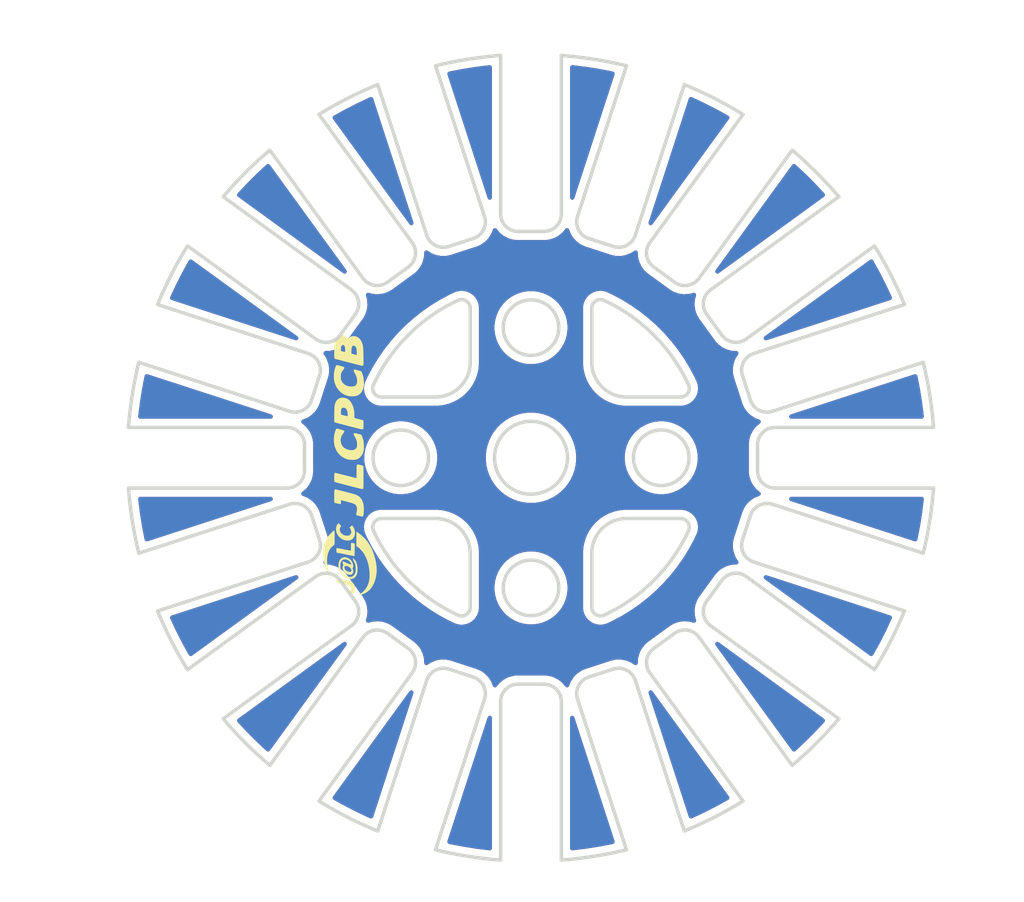
<source format=kicad_pcb>
(kicad_pcb (version 20241229) (generator "pcbnew") (generator_version "9.0")
  (layers (0 "F.Cu" signal) (2 "B.Cu" signal) (13 "F.Paste" user) (15 "B.Paste" user) (5 "F.SilkS" user "F.Silkscreen") (7 "B.SilkS" user "B.Silkscreen") (1 "F.Mask" user) (3 "B.Mask" user) (25 "Edge.Cuts" user))
  (net 0 "")
  (footprint "JLCPCBlogo:JLCPCB" (layer "F.Cu") (at 131.15 90.8 90)
    (property "Reference" "G***" (hide yes))
    (property "Value" "LOGO" (hide yes))
  )
  (gr_arc (start 132.513683 94.590526) (mid 132.545737 94.110986) (end 132.967201 93.88) (stroke (width 0.2)) (layer "Edge.Cuts"))
  (gr_curve (pts (xy 143.257446 76.713512) (xy 143.210119 76.828271) (xy 143.127679 76.95234) (xy 143.040085 77.040298)) (stroke (width 0.2)) (layer "Edge.Cuts"))
  (gr_arc (start 164.174162 84.880086) (mid 164.5478 86.742899) (end 164.768089 88.63) (stroke (width 0.2)) (layer "Edge.Cuts"))
  (gr_curve (pts (xy 134.921126 102.027884) (xy 134.940291 102.150531) (xy 134.93406 102.299362) (xy 134.904895 102.420022)) (stroke (width 0.2)) (layer "Edge.Cuts"))
  (gr_arc (start 145.084045 95.88) (mid 145.669831 94.465786) (end 147.084045 93.88) (stroke (width 0.2)) (layer "Edge.Cuts"))
  (gr_arc (start 164.768089 92.13) (mid 164.547798 94.017101) (end 164.174162 95.879914) (stroke (width 0.2)) (layer "Edge.Cuts"))
  (gr_curve (pts (xy 152.865238 83.582602) (xy 152.76017 83.518407) (xy 152.651583 83.418208) (xy 152.57921 83.318596)) (stroke (width 0.2)) (layer "Edge.Cuts"))
  (gr_line (start 150.1946 86.88) (end 147.084045 86.88) (stroke (width 0.2)) (layer "Edge.Cuts"))
  (gr_line (start 128.759083 96.387142) (end 120.075482 99.208614) (stroke (width 0.2)) (layer "Edge.Cuts"))
  (gr_curve (pts (xy 127.530472 88.63) (xy 127.655269 88.63) (xy 127.802186 88.65902) (xy 127.917557 88.706599)) (stroke (width 0.2)) (layer "Edge.Cuts"))
  (gr_curve (pts (xy 143.257446 104.046488) (xy 143.305025 104.161859) (xy 143.334045 104.308776) (xy 143.334045 104.433573)) (stroke (width 0.2)) (layer "Edge.Cuts"))
  (gr_curve (pts (xy 153.624067 83.70085) (xy 153.503407 83.730015) (xy 153.354576 83.736246) (xy 153.231929 83.717081)) (stroke (width 0.2)) (layer "Edge.Cuts"))
  (gr_line (start 156.627064 72.652338) (end 151.260308 80.039045) (stroke (width 0.2)) (layer "Edge.Cuts"))
  (gr_arc (start 132.9672 86.88) (mid 132.545737 86.649014) (end 132.513683 86.169474) (stroke (width 0.2)) (layer "Edge.Cuts"))
  (gr_arc (start 156.627064 72.652338) (mid 158.024278 73.939767) (end 159.311706 75.336981) (stroke (width 0.2)) (layer "Edge.Cuts"))
  (gr_curve (pts (xy 128.944928 87.061898) (xy 128.906879 87.179) (xy 128.83457 87.30785) (xy 128.754481 87.401371)) (stroke (width 0.2)) (layer "Edge.Cuts"))
  (gr_curve (pts (xy 148.263195 102.420022) (xy 148.23403 102.299362) (xy 148.227799 102.150531) (xy 148.246964 102.027884)) (stroke (width 0.2)) (layer "Edge.Cuts"))
  (gr_curve (pts (xy 134.786647 79.098807) (xy 134.722452 79.203875) (xy 134.622253 79.312462) (xy 134.522641 79.384835)) (stroke (width 0.2)) (layer "Edge.Cuts"))
  (gr_line (start 138.265943 77.740883) (end 136.839359 78.204408) (stroke (width 0.2)) (layer "Edge.Cuts"))
  (gr_line (start 138.084045 95.879999) (end 138.084045 98.996845) (stroke (width 0.2)) (layer "Edge.Cuts"))
  (gr_curve (pts (xy 155.637618 92.13) (xy 155.512821 92.13) (xy 155.365904 92.10098) (xy 155.250533 92.053401)) (stroke (width 0.2)) (layer "Edge.Cuts"))
  (gr_line (start 129.408453 85.635314) (end 128.944928 87.061898) (stroke (width 0.2)) (layer "Edge.Cuts"))
  (gr_line (start 138.084045 81.763156) (end 138.084045 84.880001) (stroke (width 0.2)) (layer "Edge.Cuts"))
  (gr_line (start 164.768089 92.13) (end 155.637618 92.13) (stroke (width 0.2)) (layer "Edge.Cuts"))
  (gr_curve (pts (xy 138.605416 103.209564) (xy 138.699253 103.289923) (xy 138.790768 103.406558) (xy 138.846627 103.516752)) (stroke (width 0.2)) (layer "Edge.Cuts"))
  (gr_curve (pts (xy 147.591187 77.555038) (xy 147.552622 77.673726) (xy 147.479623 77.804485) (xy 147.398721 77.899507)) (stroke (width 0.2)) (layer "Edge.Cuts"))
  (gr_curve (pts (xy 151.520252 99.398841) (xy 151.500672 99.276859) (xy 151.506153 99.128709) (xy 151.534835 99.008541)) (stroke (width 0.2)) (layer "Edge.Cuts"))
  (gr_curve (pts (xy 146.328731 102.555592) (xy 146.445833 102.517543) (xy 146.592577 102.500306) (xy 146.715312 102.510129)) (stroke (width 0.2)) (layer "Edge.Cuts"))
  (gr_curve (pts (xy 131.907782 100.720955) (xy 131.981136 100.619992) (xy 132.09097 100.518192) (xy 132.197275 100.452821)) (stroke (width 0.2)) (layer "Edge.Cuts"))
  (gr_curve (pts (xy 147.091016 102.616869) (xy 147.201504 102.673455) (xy 147.318248 102.765976) (xy 147.398721 102.860493)) (stroke (width 0.2)) (layer "Edge.Cuts"))
  (gr_line (start 149.858975 80.266513) (end 148.645449 79.384835) (stroke (width 0.2)) (layer "Edge.Cuts"))
  (gr_curve (pts (xy 129.103552 96.194676) (xy 129.00853 96.275578) (xy 128.877771 96.348577) (xy 128.759083 96.387142)) (stroke (width 0.2)) (layer "Edge.Cuts"))
  (gr_curve (pts (xy 128.447293 87.642582) (xy 128.336572 87.698708) (xy 128.1931 87.738774) (xy 128.069333 87.748322)) (stroke (width 0.2)) (layer "Edge.Cuts"))
  (gr_curve (pts (xy 138.952367 76.865288) (xy 138.942819 76.989055) (xy 138.902753 77.132527) (xy 138.846627 77.243248)) (stroke (width 0.2)) (layer "Edge.Cuts"))
  (gr_curve (pts (xy 138.605416 77.550436) (xy 138.511895 77.630525) (xy 138.383045 77.702834) (xy 138.265943 77.740883)) (stroke (width 0.2)) (layer "Edge.Cuts"))
  (gr_curve (pts (xy 150.212586 100.33079) (xy 150.332754 100.302108) (xy 150.480904 100.296627) (xy 150.602886 100.316207)) (stroke (width 0.2)) (layer "Edge.Cuts"))
  (gr_curve (pts (xy 154.720797 87.642582) (xy 154.610603 87.586723) (xy 154.493968 87.495208) (xy 154.413609 87.401371)) (stroke (width 0.2)) (layer "Edge.Cuts"))
  (gr_curve (pts (xy 130.302852 83.582602) (xy 130.197429 83.647014) (xy 130.058223 83.698008) (xy 129.936161 83.717081)) (stroke (width 0.2)) (layer "Edge.Cuts"))
  (gr_curve (pts (xy 144.321463 103.516752) (xy 144.377322 103.406558) (xy 144.468837 103.289923) (xy 144.562674 103.209564)) (stroke (width 0.2)) (layer "Edge.Cuts"))
  (gr_line (start 142.334045 77.334135) (end 140.834045 77.334135) (stroke (width 0.2)) (layer "Edge.Cuts"))
  (gr_curve (pts (xy 146.715312 78.249871) (xy 146.592577 78.259694) (xy 146.445833 78.242457) (xy 146.328731 78.204408)) (stroke (width 0.2)) (layer "Edge.Cuts"))
  (gr_curve (pts (xy 150.970815 100.452821) (xy 151.07712 100.518192) (xy 151.186954 100.619992) (xy 151.260308 100.720955)) (stroke (width 0.2)) (layer "Edge.Cuts"))
  (gr_curve (pts (xy 147.091016 78.143131) (xy 146.981055 78.199446) (xy 146.838462 78.240015) (xy 146.715312 78.249871)) (stroke (width 0.2)) (layer "Edge.Cuts"))
  (gr_arc (start 139.834045 113.564045) (mid 137.946944 113.343754) (end 136.08413 112.970117) (stroke (width 0.2)) (layer "Edge.Cuts"))
  (gr_arc (start 143.334045 67.195956) (mid 145.221146 67.416247) (end 147.083959 67.789883) (stroke (width 0.2)) (layer "Edge.Cuts"))
  (gr_curve (pts (xy 148.246964 102.027884) (xy 148.266037 101.905822) (xy 148.317031 101.766616) (xy 148.381443 101.661193)) (stroke (width 0.2)) (layer "Edge.Cuts"))
  (gr_line (start 148.428748 77.981797) (end 153.795505 70.59509) (stroke (width 0.2)) (layer "Edge.Cuts"))
  (gr_curve (pts (xy 143.040085 103.719702) (xy 143.127679 103.80766) (xy 143.210119 103.931729) (xy 143.257446 104.046488)) (stroke (width 0.2)) (layer "Edge.Cuts"))
  (gr_curve (pts (xy 150.970815 80.307179) (xy 150.865073 80.372203) (xy 150.725452 80.42412) (xy 150.602886 80.443793)) (stroke (width 0.2)) (layer "Edge.Cuts"))
  (gr_curve (pts (xy 144.215723 103.894712) (xy 144.225271 103.770945) (xy 144.265337 103.627473) (xy 144.321463 103.516752)) (stroke (width 0.2)) (layer "Edge.Cuts"))
  (gr_curve (pts (xy 144.902147 77.740883) (xy 144.785045 77.702834) (xy 144.656195 77.630525) (xy 144.562674 77.550436)) (stroke (width 0.2)) (layer "Edge.Cuts"))
  (gr_curve (pts (xy 155.098757 87.748322) (xy 154.97499 87.738774) (xy 154.831518 87.698708) (xy 154.720797 87.642582)) (stroke (width 0.2)) (layer "Edge.Cuts"))
  (gr_curve (pts (xy 140.834045 77.334135) (xy 140.710917 77.334135) (xy 140.566029 77.305182) (xy 140.452336 77.257913)) (stroke (width 0.2)) (layer "Edge.Cuts"))
  (gr_curve (pts (xy 154.064538 96.194676) (xy 153.970021 96.114203) (xy 153.8775 95.997459) (xy 153.820914 95.886971)) (stroke (width 0.2)) (layer "Edge.Cuts"))
  (gr_curve (pts (xy 147.398721 102.860493) (xy 147.479623 102.955515) (xy 147.552622 103.086274) (xy 147.591187 103.204962)) (stroke (width 0.2)) (layer "Edge.Cuts"))
  (gr_curve (pts (xy 127.917557 92.053401) (xy 127.802186 92.10098) (xy 127.655269 92.13) (xy 127.530472 92.13)) (stroke (width 0.2)) (layer "Edge.Cuts"))
  (gr_arc (start 150.412658 68.871444) (mid 152.139324 69.664098) (end 153.795505 70.59509) (stroke (width 0.2)) (layer "Edge.Cuts"))
  (gr_line (start 147.084045 93.88) (end 150.200845 93.88) (stroke (width 0.2)) (layer "Edge.Cuts"))
  (gr_curve (pts (xy 132.197275 80.307179) (xy 132.09097 80.241808) (xy 131.981136 80.140008) (xy 131.907782 80.039045)) (stroke (width 0.2)) (layer "Edge.Cuts"))
  (gr_arc (start 159.311707 105.423019) (mid 158.024278 106.820233) (end 156.627064 108.107661) (stroke (width 0.2)) (layer "Edge.Cuts"))
  (gr_curve (pts (xy 148.381443 101.661193) (xy 148.445638 101.556125) (xy 148.545837 101.447538) (xy 148.645449 101.375165)) (stroke (width 0.2)) (layer "Edge.Cuts"))
  (gr_curve (pts (xy 155.490567 87.701556) (xy 155.371878 87.74012) (xy 155.223184 87.75792) (xy 155.098757 87.748322)) (stroke (width 0.2)) (layer "Edge.Cuts"))
  (gr_line (start 147.591187 103.204962) (end 150.412657 111.888557) (stroke (width 0.2)) (layer "Edge.Cuts"))
  (gr_curve (pts (xy 128.461958 91.511709) (xy 128.414529 91.625785) (xy 128.331882 91.748863) (xy 128.244343 91.83604)) (stroke (width 0.2)) (layer "Edge.Cuts"))
  (gr_curve (pts (xy 134.786647 101.661193) (xy 134.851059 101.766616) (xy 134.902053 101.905822) (xy 134.921126 102.027884)) (stroke (width 0.2)) (layer "Edge.Cuts"))
  (gr_line (start 151.260308 100.720955) (end 156.627064 108.107661) (stroke (width 0.2)) (layer "Edge.Cuts"))
  (gr_arc (start 147.084045 86.88) (mid 145.669831 86.294214) (end 145.084045 84.88) (stroke (width 0.2)) (layer "Edge.Cuts"))
  (gr_curve (pts (xy 151.656866 80.99323) (xy 151.722237 80.886925) (xy 151.824037 80.777091) (xy 151.925 80.703737)) (stroke (width 0.2)) (layer "Edge.Cuts"))
  (gr_line (start 127.530472 92.13) (end 118.4 92.13) (stroke (width 0.2)) (layer "Edge.Cuts"))
  (gr_line (start 129.372585 70.595089) (end 134.739342 77.981797) (stroke (width 0.2)) (layer "Edge.Cuts"))
  (gr_line (start 155.490567 93.058444) (end 164.174162 95.879914) (stroke (width 0.2)) (layer "Edge.Cuts"))
  (gr_line (start 133.309115 100.493487) (end 134.522641 101.375165) (stroke (width 0.2)) (layer "Edge.Cuts"))
  (gr_curve (pts (xy 130.302852 97.177398) (xy 130.40792 97.241593) (xy 130.516507 97.341792) (xy 130.58888 97.441404)) (stroke (width 0.2)) (layer "Edge.Cuts"))
  (gr_arc (start 145.794571 99.450362) (mid 145.31503 99.418307) (end 145.084045 98.990555) (stroke (width 0.2)) (layer "Edge.Cuts"))
  (gr_curve (pts (xy 146.715312 102.510129) (xy 146.838462 102.519985) (xy 146.981055 102.560554) (xy 147.091016 102.616869)) (stroke (width 0.2)) (layer "Edge.Cuts"))
  (gr_curve (pts (xy 154.409007 96.387142) (xy 154.290319 96.348577) (xy 154.15956 96.275578) (xy 154.064538 96.194676)) (stroke (width 0.2)) (layer "Edge.Cuts"))
  (gr_curve (pts (xy 138.265943 103.019117) (xy 138.383045 103.057166) (xy 138.511895 103.129475) (xy 138.605416 103.209564)) (stroke (width 0.2)) (layer "Edge.Cuts"))
  (gr_line (start 134.739342 102.778203) (end 129.372585 110.16491) (stroke (width 0.2)) (layer "Edge.Cuts"))
  (gr_line (start 153.759637 95.124686) (end 154.223162 93.698102) (stroke (width 0.2)) (layer "Edge.Cuts"))
  (gr_curve (pts (xy 142.715754 77.257913) (xy 142.602061 77.305182) (xy 142.457173 77.334135) (xy 142.334045 77.334135)) (stroke (width 0.2)) (layer "Edge.Cuts"))
  (gr_curve (pts (xy 130.58888 83.318596) (xy 130.516507 83.418208) (xy 130.40792 83.518407) (xy 130.302852 83.582602)) (stroke (width 0.2)) (layer "Edge.Cuts"))
  (gr_curve (pts (xy 129.544023 83.70085) (xy 129.42272 83.671528) (xy 129.286804 83.608651) (xy 129.185842 83.535297)) (stroke (width 0.2)) (layer "Edge.Cuts"))
  (gr_curve (pts (xy 127.917557 88.706599) (xy 128.032316 88.753926) (xy 128.156385 88.836366) (xy 128.244343 88.92396)) (stroke (width 0.2)) (layer "Edge.Cuts"))
  (gr_line (start 135.576903 77.555038) (end 132.755431 68.871437) (stroke (width 0.2)) (layer "Edge.Cuts"))
  (gr_curve (pts (xy 129.936161 97.042919) (xy 130.058223 97.061992) (xy 130.197429 97.112986) (xy 130.302852 97.177398)) (stroke (width 0.2)) (layer "Edge.Cuts"))
  (gr_arc (start 137.373519 99.450362) (mid 134.512977 97.451068) (end 132.513683 94.590526) (stroke (width 0.2)) (layer "Edge.Cuts"))
  (gr_line (start 130.58888 97.441404) (end 131.470558 98.65493) (stroke (width 0.2)) (layer "Edge.Cuts"))
  (gr_curve (pts (xy 153.759637 85.635314) (xy 153.721588 85.518212) (xy 153.704351 85.371468) (xy 153.714174 85.248733)) (stroke (width 0.2)) (layer "Edge.Cuts"))
  (gr_curve (pts (xy 154.62991 89.63) (xy 154.62991 89.506872) (xy 154.658863 89.361984) (xy 154.706132 89.248291)) (stroke (width 0.2)) (layer "Edge.Cuts"))
  (gr_curve (pts (xy 150.602886 80.443793) (xy 150.480904 80.463373) (xy 150.332754 80.457892) (xy 150.212586 80.42921)) (stroke (width 0.2)) (layer "Edge.Cuts"))
  (gr_arc (start 129.372585 70.595089) (mid 131.028767 69.664101) (end 132.755431 68.871437) (stroke (width 0.2)) (layer "Edge.Cuts"))
  (gr_line (start 128.944928 93.698102) (end 129.408453 95.124686) (stroke (width 0.2)) (layer "Edge.Cuts"))
  (gr_curve (pts (xy 142.715754 103.502087) (xy 142.82983 103.549516) (xy 142.952908 103.632163) (xy 143.040085 103.719702)) (stroke (width 0.2)) (layer "Edge.Cuts"))
  (gr_line (start 136.084131 67.789884) (end 138.905601 76.473478) (stroke (width 0.2)) (layer "Edge.Cuts"))
  (gr_line (start 131.470558 82.10507) (end 130.58888 83.318596) (stroke (width 0.2)) (layer "Edge.Cuts"))
  (gr_line (start 145.084045 98.990555) (end 145.084045 95.88) (stroke (width 0.2)) (layer "Edge.Cuts"))
  (gr_curve (pts (xy 154.413609 87.401371) (xy 154.33352 87.30785) (xy 154.261211 87.179) (xy 154.223162 87.061898)) (stroke (width 0.2)) (layer "Edge.Cuts"))
  (gr_curve (pts (xy 140.128005 77.040298) (xy 140.040411 76.95234) (xy 139.957971 76.828271) (xy 139.910644 76.713512)) (stroke (width 0.2)) (layer "Edge.Cuts"))
  (gr_arc (start 153.795504 110.16491) (mid 152.139324 111.095902) (end 150.412657 111.888557) (stroke (width 0.2)) (layer "Edge.Cuts"))
  (gr_curve (pts (xy 129.185842 97.224703) (xy 129.286804 97.151349) (xy 129.42272 97.088472) (xy 129.544023 97.05915)) (stroke (width 0.2)) (layer "Edge.Cuts"))
  (gr_line (start 163.092601 99.208613) (end 154.409007 96.387142) (stroke (width 0.2)) (layer "Edge.Cuts"))
  (gr_curve (pts (xy 152.865238 97.177398) (xy 152.970661 97.112986) (xy 153.109867 97.061992) (xy 153.231929 97.042919)) (stroke (width 0.2)) (layer "Edge.Cuts"))
  (gr_curve (pts (xy 143.334045 76.326427) (xy 143.334045 76.451224) (xy 143.305025 76.598141) (xy 143.257446 76.713512)) (stroke (width 0.2)) (layer "Edge.Cuts"))
  (gr_curve (pts (xy 150.602886 100.316207) (xy 150.725452 100.33588) (xy 150.865073 100.387797) (xy 150.970815 100.452821)) (stroke (width 0.2)) (layer "Edge.Cuts"))
  (gr_curve (pts (xy 153.231929 97.042919) (xy 153.354576 97.023754) (xy 153.503407 97.029985) (xy 153.624067 97.05915)) (stroke (width 0.2)) (layer "Edge.Cuts"))
  (gr_curve (pts (xy 138.905601 76.473478) (xy 138.944165 76.592167) (xy 138.961965 76.740861) (xy 138.952367 76.865288)) (stroke (width 0.2)) (layer "Edge.Cuts"))
  (gr_circle (center 141.584045 82.88) (end 143.184045 82.88) (stroke (width 0.2)) (fill no) (layer "Edge.Cuts"))
  (gr_line (start 153.795504 110.16491) (end 148.428748 102.778203) (stroke (width 0.2)) (layer "Edge.Cuts"))
  (gr_line (start 123.856383 75.336981) (end 131.24309 80.703737) (stroke (width 0.2)) (layer "Edge.Cuts"))
  (gr_line (start 144.262489 76.473478) (end 147.083959 67.789883) (stroke (width 0.2)) (layer "Edge.Cuts"))
  (gr_line (start 118.4 88.63) (end 127.530472 88.63) (stroke (width 0.2)) (layer "Edge.Cuts"))
  (gr_curve (pts (xy 136.452778 78.249871) (xy 136.329628 78.240015) (xy 136.187035 78.199446) (xy 136.077074 78.143131)) (stroke (width 0.2)) (layer "Edge.Cuts"))
  (gr_curve (pts (xy 128.754481 93.358629) (xy 128.83457 93.45215) (xy 128.906879 93.581) (xy 128.944928 93.698102)) (stroke (width 0.2)) (layer "Edge.Cuts"))
  (gr_curve (pts (xy 129.408453 95.124686) (xy 129.446502 95.241788) (xy 129.463739 95.388532) (xy 129.453916 95.511267)) (stroke (width 0.2)) (layer "Edge.Cuts"))
  (gr_curve (pts (xy 135.576903 103.204962) (xy 135.615468 103.086274) (xy 135.688467 102.955515) (xy 135.769369 102.860493)) (stroke (width 0.2)) (layer "Edge.Cuts"))
  (gr_curve (pts (xy 148.246964 78.732116) (xy 148.227799 78.609469) (xy 148.23403 78.460638) (xy 148.263195 78.339978)) (stroke (width 0.2)) (layer "Edge.Cuts"))
  (gr_curve (pts (xy 144.562674 103.209564) (xy 144.656195 103.129475) (xy 144.785045 103.057166) (xy 144.902147 103.019117)) (stroke (width 0.2)) (layer "Edge.Cuts"))
  (gr_circle (center 141.584045 97.88) (end 143.184045 97.88) (stroke (width 0.2)) (fill no) (layer "Edge.Cuts"))
  (gr_arc (start 150.654407 94.590526) (mid 148.655113 97.451068) (end 145.794571 99.450362) (stroke (width 0.2)) (layer "Edge.Cuts"))
  (gr_curve (pts (xy 143.040085 77.040298) (xy 142.952908 77.127837) (xy 142.82983 77.210484) (xy 142.715754 77.257913)) (stroke (width 0.2)) (layer "Edge.Cuts"))
  (gr_curve (pts (xy 132.565204 100.316207) (xy 132.687186 100.296627) (xy 132.835336 100.302108) (xy 132.955504 100.33079)) (stroke (width 0.2)) (layer "Edge.Cuts"))
  (gr_curve (pts (xy 148.381443 79.098807) (xy 148.317031 78.993384) (xy 148.266037 78.854178) (xy 148.246964 78.732116)) (stroke (width 0.2)) (layer "Edge.Cuts"))
  (gr_line (start 134.522641 79.384835) (end 133.309115 80.266513) (stroke (width 0.2)) (layer "Edge.Cuts"))
  (gr_curve (pts (xy 147.398721 77.899507) (xy 147.318248 77.994024) (xy 147.201504 78.086545) (xy 147.091016 78.143131)) (stroke (width 0.2)) (layer "Edge.Cuts"))
  (gr_curve (pts (xy 131.511224 80.99323) (xy 131.576248 81.098972) (xy 131.628165 81.238593) (xy 131.647838 81.361159)) (stroke (width 0.2)) (layer "Edge.Cuts"))
  (gr_arc (start 136.084046 93.88) (mid 137.498259 94.465786) (end 138.084045 95.879999) (stroke (width 0.2)) (layer "Edge.Cuts"))
  (gr_curve (pts (xy 131.633255 99.008541) (xy 131.661937 99.128709) (xy 131.667418 99.276859) (xy 131.647838 99.398841)) (stroke (width 0.2)) (layer "Edge.Cuts"))
  (gr_curve (pts (xy 134.921126 78.732116) (xy 134.902053 78.854178) (xy 134.851059 78.993384) (xy 134.786647 79.098807)) (stroke (width 0.2)) (layer "Edge.Cuts"))
  (gr_curve (pts (xy 129.347176 84.873029) (xy 129.403491 84.98299) (xy 129.44406 85.125583) (xy 129.453916 85.248733)) (stroke (width 0.2)) (layer "Edge.Cuts"))
  (gr_line (start 155.637618 88.63) (end 164.768089 88.63) (stroke (width 0.2)) (layer "Edge.Cuts"))
  (gr_curve (pts (xy 131.511224 99.76677) (xy 131.445853 99.873075) (xy 131.344053 99.982909) (xy 131.24309 100.056263)) (stroke (width 0.2)) (layer "Edge.Cuts"))
  (gr_curve (pts (xy 155.250533 92.053401) (xy 155.135774 92.006074) (xy 155.011705 91.923634) (xy 154.923747 91.83604)) (stroke (width 0.2)) (layer "Edge.Cuts"))
  (gr_curve (pts (xy 129.347176 95.886971) (xy 129.29059 95.997459) (xy 129.198069 96.114203) (xy 129.103552 96.194676)) (stroke (width 0.2)) (layer "Edge.Cuts"))
  (gr_curve (pts (xy 138.952367 103.894712) (xy 138.961965 104.019139) (xy 138.944165 104.167833) (xy 138.905601 104.286522)) (stroke (width 0.2)) (layer "Edge.Cuts"))
  (gr_curve (pts (xy 134.904895 102.420022) (xy 134.875573 102.541325) (xy 134.812696 102.677241) (xy 134.739342 102.778203)) (stroke (width 0.2)) (layer "Edge.Cuts"))
  (gr_curve (pts (xy 136.452778 102.510129) (xy 136.575513 102.500306) (xy 136.722257 102.517543) (xy 136.839359 102.555592)) (stroke (width 0.2)) (layer "Edge.Cuts"))
  (gr_line (start 147.083959 112.970116) (end 144.262489 104.286522) (stroke (width 0.2)) (layer "Edge.Cuts"))
  (gr_curve (pts (xy 154.223162 93.698102) (xy 154.261211 93.581) (xy 154.33352 93.45215) (xy 154.413609 93.358629)) (stroke (width 0.2)) (layer "Edge.Cuts"))
  (gr_circle (center 134.084045 90.38) (end 135.684045 90.38) (stroke (width 0.2)) (fill no) (layer "Edge.Cuts"))
  (gr_curve (pts (xy 142.334045 103.425865) (xy 142.457173 103.425865) (xy 142.602061 103.454818) (xy 142.715754 103.502087)) (stroke (width 0.2)) (layer "Edge.Cuts"))
  (gr_line (start 129.185842 83.535297) (end 121.799135 78.16854) (stroke (width 0.2)) (layer "Edge.Cuts"))
  (gr_arc (start 118.993929 95.879914) (mid 118.620291 94.017101) (end 118.4 92.13) (stroke (width 0.2)) (layer "Edge.Cuts"))
  (gr_curve (pts (xy 150.212586 80.42921) (xy 150.092823 80.400625) (xy 149.958587 80.338885) (xy 149.858975 80.266513)) (stroke (width 0.2)) (layer "Edge.Cuts"))
  (gr_line (start 145.084045 84.88) (end 145.084045 81.76322) (stroke (width 0.2)) (layer "Edge.Cuts"))
  (gr_line (start 143.334045 104.433573) (end 143.334045 113.564043) (stroke (width 0.2)) (layer "Edge.Cuts"))
  (gr_line (start 139.834045 113.564045) (end 139.834045 104.433573) (stroke (width 0.2)) (layer "Edge.Cuts"))
  (gr_curve (pts (xy 151.656866 99.76677) (xy 151.591842 99.661028) (xy 151.539925 99.521407) (xy 151.520252 99.398841)) (stroke (width 0.2)) (layer "Edge.Cuts"))
  (gr_curve (pts (xy 153.714174 85.248733) (xy 153.72403 85.125583) (xy 153.764599 84.98299) (xy 153.820914 84.873029)) (stroke (width 0.2)) (layer "Edge.Cuts"))
  (gr_line (start 118.993929 95.879914) (end 127.677523 93.058444) (stroke (width 0.2)) (layer "Edge.Cuts"))
  (gr_arc (start 132.755432 111.888558) (mid 131.028764 111.095905) (end 129.372585 110.16491) (stroke (width 0.2)) (layer "Edge.Cuts"))
  (gr_curve (pts (xy 153.231929 83.717081) (xy 153.109867 83.698008) (xy 152.970661 83.647014) (xy 152.865238 83.582602)) (stroke (width 0.2)) (layer "Edge.Cuts"))
  (gr_arc (start 138.084045 84.880001) (mid 137.498259 86.294214) (end 136.084046 86.88) (stroke (width 0.2)) (layer "Edge.Cuts"))
  (gr_curve (pts (xy 154.706132 91.511709) (xy 154.658863 91.398016) (xy 154.62991 91.253128) (xy 154.62991 91.13)) (stroke (width 0.2)) (layer "Edge.Cuts"))
  (gr_arc (start 118.4 88.63) (mid 118.620291 86.742899) (end 118.993928 84.880085) (stroke (width 0.2)) (layer "Edge.Cuts"))
  (gr_curve (pts (xy 131.647838 99.398841) (xy 131.628165 99.521407) (xy 131.576248 99.661028) (xy 131.511224 99.76677)) (stroke (width 0.2)) (layer "Edge.Cuts"))
  (gr_line (start 151.697532 98.65493) (end 152.57921 97.441404) (stroke (width 0.2)) (layer "Edge.Cuts"))
  (gr_curve (pts (xy 136.077074 102.616869) (xy 136.187035 102.560554) (xy 136.329628 102.519985) (xy 136.452778 102.510129)) (stroke (width 0.2)) (layer "Edge.Cuts"))
  (gr_curve (pts (xy 139.910644 104.046488) (xy 139.957971 103.931729) (xy 140.040411 103.80766) (xy 140.128005 103.719702)) (stroke (width 0.2)) (layer "Edge.Cuts"))
  (gr_line (start 150.412658 68.871444) (end 147.591187 77.555038) (stroke (width 0.2)) (layer "Edge.Cuts"))
  (gr_curve (pts (xy 128.754481 87.401371) (xy 128.674122 87.495208) (xy 128.557487 87.586723) (xy 128.447293 87.642582)) (stroke (width 0.2)) (layer "Edge.Cuts"))
  (gr_curve (pts (xy 151.260308 80.039045) (xy 151.186954 80.140008) (xy 151.07712 80.241808) (xy 150.970815 80.307179)) (stroke (width 0.2)) (layer "Edge.Cuts"))
  (gr_curve (pts (xy 128.461958 89.248291) (xy 128.509227 89.361984) (xy 128.53818 89.506872) (xy 128.53818 89.63)) (stroke (width 0.2)) (layer "Edge.Cuts"))
  (gr_curve (pts (xy 139.910644 76.713512) (xy 139.863065 76.598141) (xy 139.834045 76.451224) (xy 139.834045 76.326427)) (stroke (width 0.2)) (layer "Edge.Cuts"))
  (gr_line (start 159.311707 105.423019) (end 151.925 100.056263) (stroke (width 0.2)) (layer "Edge.Cuts"))
  (gr_curve (pts (xy 128.53818 91.13) (xy 128.53818 91.253128) (xy 128.509227 91.398016) (xy 128.461958 91.511709)) (stroke (width 0.2)) (layer "Edge.Cuts"))
  (gr_curve (pts (xy 138.846627 77.243248) (xy 138.790768 77.353442) (xy 138.699253 77.470077) (xy 138.605416 77.550436)) (stroke (width 0.2)) (layer "Edge.Cuts"))
  (gr_curve (pts (xy 127.677523 93.058444) (xy 127.796212 93.01988) (xy 127.944906 93.00208) (xy 128.069333 93.011678)) (stroke (width 0.2)) (layer "Edge.Cuts"))
  (gr_curve (pts (xy 154.706132 89.248291) (xy 154.753561 89.134215) (xy 154.836208 89.011137) (xy 154.923747 88.92396)) (stroke (width 0.2)) (layer "Edge.Cuts"))
  (gr_curve (pts (xy 128.244343 91.83604) (xy 128.156385 91.923634) (xy 128.032316 92.006074) (xy 127.917557 92.053401)) (stroke (width 0.2)) (layer "Edge.Cuts"))
  (gr_curve (pts (xy 139.834045 104.433573) (xy 139.834045 104.308776) (xy 139.863065 104.161859) (xy 139.910644 104.046488)) (stroke (width 0.2)) (layer "Edge.Cuts"))
  (gr_curve (pts (xy 128.069333 87.748322) (xy 127.944906 87.75792) (xy 127.796212 87.74012) (xy 127.677523 87.701556)) (stroke (width 0.2)) (layer "Edge.Cuts"))
  (gr_curve (pts (xy 134.904895 78.339978) (xy 134.93406 78.460638) (xy 134.940291 78.609469) (xy 134.921126 78.732116)) (stroke (width 0.2)) (layer "Edge.Cuts"))
  (gr_line (start 154.223162 87.061898) (end 153.759637 85.635314) (stroke (width 0.2)) (layer "Edge.Cuts"))
  (gr_line (start 131.907782 80.039045) (end 126.541026 72.652338) (stroke (width 0.2)) (layer "Edge.Cuts"))
  (gr_line (start 128.53818 89.63) (end 128.53818 91.13) (stroke (width 0.2)) (layer "Edge.Cuts"))
  (gr_arc (start 150.654407 86.169474) (mid 150.622349 86.649025) (end 150.1946 86.88) (stroke (width 0.2)) (layer "Edge.Cuts"))
  (gr_line (start 139.834045 76.326427) (end 139.834045 67.195955) (stroke (width 0.2)) (layer "Edge.Cuts"))
  (gr_curve (pts (xy 144.215723 76.865288) (xy 144.206125 76.740861) (xy 144.223925 76.592167) (xy 144.262489 76.473478)) (stroke (width 0.2)) (layer "Edge.Cuts"))
  (gr_line (start 140.834045 103.425865) (end 142.334045 103.425865) (stroke (width 0.2)) (layer "Edge.Cuts"))
  (gr_curve (pts (xy 128.069333 93.011678) (xy 128.1931 93.021226) (xy 128.336572 93.061292) (xy 128.447293 93.117418)) (stroke (width 0.2)) (layer "Edge.Cuts"))
  (gr_line (start 152.57921 83.318596) (end 151.697532 82.10507) (stroke (width 0.2)) (layer "Edge.Cuts"))
  (gr_curve (pts (xy 129.544023 97.05915) (xy 129.664683 97.029985) (xy 129.813514 97.023754) (xy 129.936161 97.042919)) (stroke (width 0.2)) (layer "Edge.Cuts"))
  (gr_curve (pts (xy 153.820914 84.873029) (xy 153.8775 84.762541) (xy 153.970021 84.645797) (xy 154.064538 84.565324)) (stroke (width 0.2)) (layer "Edge.Cuts"))
  (gr_arc (start 126.541026 108.107662) (mid 125.143812 106.820233) (end 123.856383 105.423019) (stroke (width 0.2)) (layer "Edge.Cuts"))
  (gr_circle (center 141.584045 90.38) (end 141.594045 90.38) (stroke (width 0.0001)) (fill yes) (layer "Edge.Cuts"))
  (gr_curve (pts (xy 132.955504 80.42921) (xy 132.835336 80.457892) (xy 132.687186 80.463373) (xy 132.565204 80.443793)) (stroke (width 0.2)) (layer "Edge.Cuts"))
  (gr_line (start 161.368955 78.168541) (end 153.982248 83.535297) (stroke (width 0.2)) (layer "Edge.Cuts"))
  (gr_line (start 121.799134 102.59146) (end 129.185842 97.224703) (stroke (width 0.2)) (layer "Edge.Cuts"))
  (gr_curve (pts (xy 153.820914 95.886971) (xy 153.764599 95.77701) (xy 153.72403 95.634417) (xy 153.714174 95.511267)) (stroke (width 0.2)) (layer "Edge.Cuts"))
  (gr_curve (pts (xy 155.098757 93.011678) (xy 155.223184 93.00208) (xy 155.371878 93.01988) (xy 155.490567 93.058444)) (stroke (width 0.2)) (layer "Edge.Cuts"))
  (gr_curve (pts (xy 140.452336 103.502087) (xy 140.566029 103.454818) (xy 140.710917 103.425865) (xy 140.834045 103.425865)) (stroke (width 0.2)) (layer "Edge.Cuts"))
  (gr_curve (pts (xy 134.522641 101.375165) (xy 134.622253 101.447538) (xy 134.722452 101.556125) (xy 134.786647 101.661193)) (stroke (width 0.2)) (layer "Edge.Cuts"))
  (gr_curve (pts (xy 140.452336 77.257913) (xy 140.33826 77.210484) (xy 140.215182 77.127837) (xy 140.128005 77.040298)) (stroke (width 0.2)) (layer "Edge.Cuts"))
  (gr_curve (pts (xy 144.562674 77.550436) (xy 144.468837 77.470077) (xy 144.377322 77.353442) (xy 144.321463 77.243248)) (stroke (width 0.2)) (layer "Edge.Cuts"))
  (gr_curve (pts (xy 133.309115 80.266513) (xy 133.209503 80.338885) (xy 133.075267 80.400625) (xy 132.955504 80.42921)) (stroke (width 0.2)) (layer "Edge.Cuts"))
  (gr_arc (start 145.084045 81.76322) (mid 145.315042 81.34173) (end 145.794571 81.309638) (stroke (width 0.2)) (layer "Edge.Cuts"))
  (gr_line (start 143.334045 67.195956) (end 143.334045 76.326427) (stroke (width 0.2)) (layer "Edge.Cuts"))
  (gr_curve (pts (xy 128.759083 84.372858) (xy 128.877771 84.411423) (xy 129.00853 84.484422) (xy 129.103552 84.565324)) (stroke (width 0.2)) (layer "Edge.Cuts"))
  (gr_curve (pts (xy 132.197275 100.452821) (xy 132.303017 100.387797) (xy 132.442638 100.33588) (xy 132.565204 100.316207)) (stroke (width 0.2)) (layer "Edge.Cuts"))
  (gr_curve (pts (xy 151.520252 81.361159) (xy 151.539925 81.238593) (xy 151.591842 81.098972) (xy 151.656866 80.99323)) (stroke (width 0.2)) (layer "Edge.Cuts"))
  (gr_curve (pts (xy 131.633255 81.751459) (xy 131.60467 81.871222) (xy 131.54293 82.005458) (xy 131.470558 82.10507)) (stroke (width 0.2)) (layer "Edge.Cuts"))
  (gr_curve (pts (xy 151.697532 82.10507) (xy 151.62516 82.005458) (xy 151.56342 81.871222) (xy 151.534835 81.751459)) (stroke (width 0.2)) (layer "Edge.Cuts"))
  (gr_line (start 154.62991 91.13) (end 154.62991 89.63) (stroke (width 0.2)) (layer "Edge.Cuts"))
  (gr_curve (pts (xy 153.714174 95.511267) (xy 153.704351 95.388532) (xy 153.721588 95.241788) (xy 153.759637 95.124686)) (stroke (width 0.2)) (layer "Edge.Cuts"))
  (gr_curve (pts (xy 148.263195 78.339978) (xy 148.292517 78.218675) (xy 148.355394 78.082759) (xy 148.428748 77.981797)) (stroke (width 0.2)) (layer "Edge.Cuts"))
  (gr_arc (start 132.513683 86.169474) (mid 134.512977 83.308932) (end 137.373519 81.309638) (stroke (width 0.2)) (layer "Edge.Cuts"))
  (gr_curve (pts (xy 134.739342 77.981797) (xy 134.812696 78.082759) (xy 134.875573 78.218675) (xy 134.904895 78.339978)) (stroke (width 0.2)) (layer "Edge.Cuts"))
  (gr_curve (pts (xy 138.846627 103.516752) (xy 138.902753 103.627473) (xy 138.942819 103.770945) (xy 138.952367 103.894712)) (stroke (width 0.2)) (layer "Edge.Cuts"))
  (gr_arc (start 136.084131 67.789884) (mid 137.946944 67.416246) (end 139.834045 67.195955) (stroke (width 0.2)) (layer "Edge.Cuts"))
  (gr_arc (start 120.075487 81.551387) (mid 120.86814 79.824719) (end 121.799135 78.16854) (stroke (width 0.2)) (layer "Edge.Cuts"))
  (gr_curve (pts (xy 128.244343 88.92396) (xy 128.331882 89.011137) (xy 128.414529 89.134215) (xy 128.461958 89.248291)) (stroke (width 0.2)) (layer "Edge.Cuts"))
  (gr_curve (pts (xy 152.57921 97.441404) (xy 152.651583 97.341792) (xy 152.76017 97.241593) (xy 152.865238 97.177398)) (stroke (width 0.2)) (layer "Edge.Cuts"))
  (gr_curve (pts (xy 154.413609 93.358629) (xy 154.493968 93.264792) (xy 154.610603 93.173277) (xy 154.720797 93.117418)) (stroke (width 0.2)) (layer "Edge.Cuts"))
  (gr_arc (start 147.083959 112.970116) (mid 145.221146 113.343755) (end 143.334045 113.564043) (stroke (width 0.2)) (layer "Edge.Cuts"))
  (gr_curve (pts (xy 135.769369 102.860493) (xy 135.849842 102.765976) (xy 135.966586 102.673455) (xy 136.077074 102.616869)) (stroke (width 0.2)) (layer "Edge.Cuts"))
  (gr_curve (pts (xy 154.923747 91.83604) (xy 154.836208 91.748863) (xy 154.753561 91.625785) (xy 154.706132 91.511709)) (stroke (width 0.2)) (layer "Edge.Cuts"))
  (gr_line (start 144.902147 103.019117) (end 146.328731 102.555592) (stroke (width 0.2)) (layer "Edge.Cuts"))
  (gr_line (start 146.328731 78.204408) (end 144.902147 77.740883) (stroke (width 0.2)) (layer "Edge.Cuts"))
  (gr_curve (pts (xy 140.128005 103.719702) (xy 140.215182 103.632163) (xy 140.33826 103.549516) (xy 140.452336 103.502087)) (stroke (width 0.2)) (layer "Edge.Cuts"))
  (gr_line (start 127.677523 87.701556) (end 118.993928 84.880085) (stroke (width 0.2)) (layer "Edge.Cuts"))
  (gr_line (start 120.075487 81.551387) (end 128.759083 84.372858) (stroke (width 0.2)) (layer "Edge.Cuts"))
  (gr_line (start 153.982248 97.224703) (end 161.368955 102.59146) (stroke (width 0.2)) (layer "Edge.Cuts"))
  (gr_curve (pts (xy 153.624067 97.05915) (xy 153.74537 97.088472) (xy 153.881286 97.151349) (xy 153.982248 97.224703)) (stroke (width 0.2)) (layer "Edge.Cuts"))
  (gr_circle (center 141.584045 90.38) (end 143.684045 90.38) (stroke (width 0.2)) (fill no) (layer "Edge.Cuts"))
  (gr_curve (pts (xy 129.453916 85.248733) (xy 129.463739 85.371468) (xy 129.446502 85.518212) (xy 129.408453 85.635314)) (stroke (width 0.2)) (layer "Edge.Cuts"))
  (gr_curve (pts (xy 148.428748 102.778203) (xy 148.355394 102.677241) (xy 148.292517 102.541325) (xy 148.263195 102.420022)) (stroke (width 0.2)) (layer "Edge.Cuts"))
  (gr_curve (pts (xy 154.064538 84.565324) (xy 154.15956 84.484422) (xy 154.290319 84.411423) (xy 154.409007 84.372858)) (stroke (width 0.2)) (layer "Edge.Cuts"))
  (gr_line (start 164.174162 84.880086) (end 155.490567 87.701556) (stroke (width 0.2)) (layer "Edge.Cuts"))
  (gr_arc (start 137.373519 81.309638) (mid 137.853059 81.341692) (end 138.084045 81.763156) (stroke (width 0.2)) (layer "Edge.Cuts"))
  (gr_line (start 136.084046 86.88) (end 132.9672 86.88) (stroke (width 0.2)) (layer "Edge.Cuts"))
  (gr_curve (pts (xy 151.534835 99.008541) (xy 151.56342 98.888778) (xy 151.62516 98.754542) (xy 151.697532 98.65493)) (stroke (width 0.2)) (layer "Edge.Cuts"))
  (gr_curve (pts (xy 131.24309 80.703737) (xy 131.344053 80.777091) (xy 131.445853 80.886925) (xy 131.511224 80.99323)) (stroke (width 0.2)) (layer "Edge.Cuts"))
  (gr_line (start 132.755432 111.888558) (end 135.576903 103.204962) (stroke (width 0.2)) (layer "Edge.Cuts"))
  (gr_line (start 138.905601 104.286522) (end 136.08413 112.970117) (stroke (width 0.2)) (layer "Edge.Cuts"))
  (gr_arc (start 150.200845 93.88) (mid 150.622315 94.110997) (end 150.654407 94.590526) (stroke (width 0.2)) (layer "Edge.Cuts"))
  (gr_arc (start 121.799134 102.59146) (mid 120.868146 100.935278) (end 120.075482 99.208614) (stroke (width 0.2)) (layer "Edge.Cuts"))
  (gr_curve (pts (xy 129.453916 95.511267) (xy 129.44406 95.634417) (xy 129.403491 95.77701) (xy 129.347176 95.886971)) (stroke (width 0.2)) (layer "Edge.Cuts"))
  (gr_curve (pts (xy 135.769369 77.899507) (xy 135.688467 77.804485) (xy 135.615468 77.673726) (xy 135.576903 77.555038)) (stroke (width 0.2)) (layer "Edge.Cuts"))
  (gr_line (start 136.839359 102.555592) (end 138.265943 103.019117) (stroke (width 0.2)) (layer "Edge.Cuts"))
  (gr_curve (pts (xy 144.262489 104.286522) (xy 144.223925 104.167833) (xy 144.206125 104.019139) (xy 144.215723 103.894712)) (stroke (width 0.2)) (layer "Edge.Cuts"))
  (gr_arc (start 161.368955 78.168541) (mid 162.299947 79.824721) (end 163.092602 81.551388) (stroke (width 0.2)) (layer "Edge.Cuts"))
  (gr_curve (pts (xy 128.447293 93.117418) (xy 128.557487 93.173277) (xy 128.674122 93.264792) (xy 128.754481 93.358629)) (stroke (width 0.2)) (layer "Edge.Cuts"))
  (gr_curve (pts (xy 144.321463 77.243248) (xy 144.265337 77.132527) (xy 144.225271 76.989055) (xy 144.215723 76.865288)) (stroke (width 0.2)) (layer "Edge.Cuts"))
  (gr_curve (pts (xy 151.925 100.056263) (xy 151.824037 99.982909) (xy 151.722237 99.873075) (xy 151.656866 99.76677)) (stroke (width 0.2)) (layer "Edge.Cuts"))
  (gr_curve (pts (xy 131.647838 81.361159) (xy 131.667418 81.483141) (xy 131.661937 81.631291) (xy 131.633255 81.751459)) (stroke (width 0.2)) (layer "Edge.Cuts"))
  (gr_curve (pts (xy 132.955504 100.33079) (xy 133.075267 100.359375) (xy 133.209503 100.421115) (xy 133.309115 100.493487)) (stroke (width 0.2)) (layer "Edge.Cuts"))
  (gr_curve (pts (xy 154.720797 93.117418) (xy 154.831518 93.061292) (xy 154.97499 93.021226) (xy 155.098757 93.011678)) (stroke (width 0.2)) (layer "Edge.Cuts"))
  (gr_line (start 151.925 80.703737) (end 159.311706 75.336981) (stroke (width 0.2)) (layer "Edge.Cuts"))
  (gr_curve (pts (xy 155.250533 88.706599) (xy 155.365904 88.65902) (xy 155.512821 88.63) (xy 155.637618 88.63)) (stroke (width 0.2)) (layer "Edge.Cuts"))
  (gr_line (start 132.967201 93.88) (end 136.084046 93.88) (stroke (width 0.2)) (layer "Edge.Cuts"))
  (gr_line (start 154.409007 84.372858) (end 163.092602 81.551388) (stroke (width 0.2)) (layer "Edge.Cuts"))
  (gr_curve (pts (xy 136.077074 78.143131) (xy 135.966586 78.086545) (xy 135.849842 77.994024) (xy 135.769369 77.899507)) (stroke (width 0.2)) (layer "Edge.Cuts"))
  (gr_arc (start 138.084045 98.996845) (mid 137.853059 99.418308) (end 137.373519 99.450362) (stroke (width 0.2)) (layer "Edge.Cuts"))
  (gr_curve (pts (xy 129.936161 83.717081) (xy 129.813514 83.736246) (xy 129.664683 83.730015) (xy 129.544023 83.70085)) (stroke (width 0.2)) (layer "Edge.Cuts"))
  (gr_curve (pts (xy 132.565204 80.443793) (xy 132.442638 80.42412) (xy 132.303017 80.372203) (xy 132.197275 80.307179)) (stroke (width 0.2)) (layer "Edge.Cuts"))
  (gr_curve (pts (xy 151.534835 81.751459) (xy 151.506153 81.631291) (xy 151.500672 81.483141) (xy 151.520252 81.361159)) (stroke (width 0.2)) (layer "Edge.Cuts"))
  (gr_curve (pts (xy 148.645449 79.384835) (xy 148.545837 79.312462) (xy 148.445638 79.203875) (xy 148.381443 79.098807)) (stroke (width 0.2)) (layer "Edge.Cuts"))
  (gr_curve (pts (xy 131.470558 98.65493) (xy 131.54293 98.754542) (xy 131.60467 98.888778) (xy 131.633255 99.008541)) (stroke (width 0.2)) (layer "Edge.Cuts"))
  (gr_curve (pts (xy 153.982248 83.535297) (xy 153.881286 83.608651) (xy 153.74537 83.671528) (xy 153.624067 83.70085)) (stroke (width 0.2)) (layer "Edge.Cuts"))
  (gr_curve (pts (xy 129.103552 84.565324) (xy 129.198069 84.645797) (xy 129.29059 84.762541) (xy 129.347176 84.873029)) (stroke (width 0.2)) (layer "Edge.Cuts"))
  (gr_arc (start 123.856383 75.336981) (mid 125.143812 73.939767) (end 126.541026 72.652338) (stroke (width 0.2)) (layer "Edge.Cuts"))
  (gr_curve (pts (xy 149.858975 100.493487) (xy 149.958587 100.421115) (xy 150.092823 100.359375) (xy 150.212586 100.33079)) (stroke (width 0.2)) (layer "Edge.Cuts"))
  (gr_line (start 126.541026 108.107662) (end 131.907782 100.720955) (stroke (width 0.2)) (layer "Edge.Cuts"))
  (gr_circle (center 149.084045 90.38) (end 150.684045 90.38) (stroke (width 0.2)) (fill no) (layer "Edge.Cuts"))
  (gr_arc (start 145.794571 81.309638) (mid 148.655113 83.308932) (end 150.654407 86.169474) (stroke (width 0.2)) (layer "Edge.Cuts"))
  (gr_curve (pts (xy 154.923747 88.92396) (xy 155.011705 88.836366) (xy 155.135774 88.753926) (xy 155.250533 88.706599)) (stroke (width 0.2)) (layer "Edge.Cuts"))
  (gr_curve (pts (xy 136.839359 78.204408) (xy 136.722257 78.242457) (xy 136.575513 78.259694) (xy 136.452778 78.249871)) (stroke (width 0.2)) (layer "Edge.Cuts"))
  (gr_line (start 148.645449 101.375165) (end 149.858975 100.493487) (stroke (width 0.2)) (layer "Edge.Cuts"))
  (gr_line (start 131.24309 100.056263) (end 123.856383 105.423019) (stroke (width 0.2)) (layer "Edge.Cuts"))
  (gr_arc (start 163.092601 99.208613) (mid 162.299947 100.935279) (end 161.368955 102.59146) (stroke (width 0.2)) (layer "Edge.Cuts"))
  (zone (net 0) (net_name "") (layers "F.Cu" "B.Cu") (connect_pads (clearance 0.5)) (min_thickness 0.25) (fill yes (thermal_gap 0.5) (thermal_bridge_width 0.5) (island_removal_mode 1) (island_area_min 10))
    (polygon (pts (xy 111 64) (xy 170 64) (xy 170 116) (xy 111 116)))
  )
)
</source>
